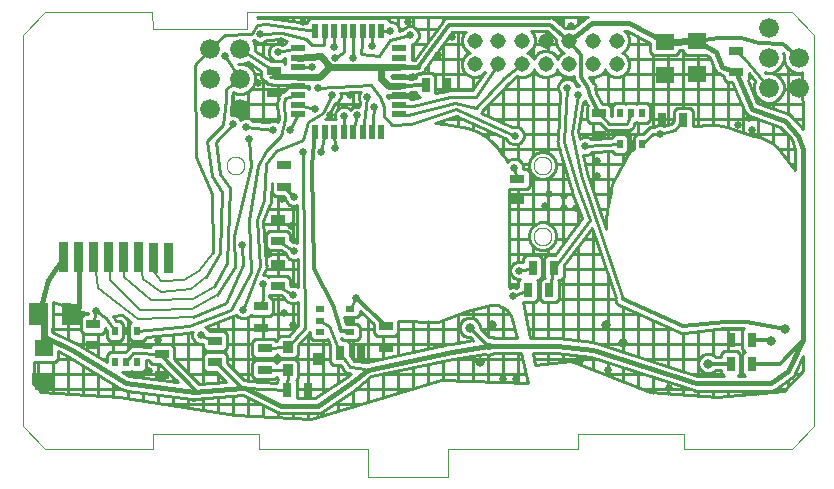
<source format=gtl>
G75*
%MOIN*%
%OFA0B0*%
%FSLAX25Y25*%
%IPPOS*%
%LPD*%
%AMOC8*
5,1,8,0,0,1.08239X$1,22.5*
%
%ADD10C,0.00000*%
%ADD11R,0.06299X0.07087*%
%ADD12R,0.03150X0.04724*%
%ADD13R,0.04724X0.03150*%
%ADD14C,0.05150*%
%ADD15R,0.10000X0.03000*%
%ADD16R,0.02008X0.03150*%
%ADD17R,0.03150X0.02008*%
%ADD18R,0.05000X0.02200*%
%ADD19R,0.02200X0.05000*%
%ADD20R,0.03543X0.03937*%
%ADD21C,0.06600*%
%ADD22R,0.06299X0.05512*%
%ADD23C,0.01000*%
%ADD24C,0.02500*%
%ADD25C,0.02400*%
%ADD26C,0.02000*%
%ADD27C,0.01600*%
%ADD28C,0.01200*%
%ADD29C,0.03200*%
%ADD30C,0.00800*%
D10*
X0039625Y0018012D02*
X0047188Y0010449D01*
X0083015Y0010449D01*
X0082932Y0015567D01*
X0118365Y0015567D01*
X0118365Y0010449D01*
X0154798Y0010449D01*
X0154798Y0001000D01*
X0181357Y0001000D01*
X0181357Y0010449D01*
X0224664Y0010449D01*
X0224664Y0015567D01*
X0260098Y0015567D01*
X0260098Y0010449D01*
X0295883Y0010449D01*
X0303405Y0017970D01*
X0303405Y0148596D01*
X0295883Y0156118D01*
X0114468Y0156236D01*
X0114468Y0150449D01*
X0082893Y0150449D01*
X0082724Y0156118D01*
X0047147Y0156118D01*
X0039625Y0148596D01*
X0039625Y0018012D01*
X0107538Y0104937D02*
X0107540Y0105045D01*
X0107546Y0105154D01*
X0107556Y0105262D01*
X0107570Y0105369D01*
X0107588Y0105476D01*
X0107609Y0105583D01*
X0107635Y0105688D01*
X0107665Y0105793D01*
X0107698Y0105896D01*
X0107735Y0105998D01*
X0107776Y0106098D01*
X0107820Y0106197D01*
X0107869Y0106295D01*
X0107920Y0106390D01*
X0107975Y0106483D01*
X0108034Y0106575D01*
X0108096Y0106664D01*
X0108161Y0106751D01*
X0108229Y0106835D01*
X0108300Y0106917D01*
X0108374Y0106996D01*
X0108451Y0107072D01*
X0108531Y0107146D01*
X0108614Y0107216D01*
X0108699Y0107284D01*
X0108786Y0107348D01*
X0108876Y0107409D01*
X0108968Y0107467D01*
X0109062Y0107521D01*
X0109158Y0107572D01*
X0109255Y0107619D01*
X0109355Y0107663D01*
X0109456Y0107703D01*
X0109558Y0107739D01*
X0109661Y0107771D01*
X0109766Y0107800D01*
X0109872Y0107824D01*
X0109978Y0107845D01*
X0110085Y0107862D01*
X0110193Y0107875D01*
X0110301Y0107884D01*
X0110410Y0107889D01*
X0110518Y0107890D01*
X0110627Y0107887D01*
X0110735Y0107880D01*
X0110843Y0107869D01*
X0110950Y0107854D01*
X0111057Y0107835D01*
X0111163Y0107812D01*
X0111268Y0107786D01*
X0111373Y0107755D01*
X0111475Y0107721D01*
X0111577Y0107683D01*
X0111677Y0107641D01*
X0111776Y0107596D01*
X0111873Y0107547D01*
X0111967Y0107494D01*
X0112060Y0107438D01*
X0112151Y0107379D01*
X0112240Y0107316D01*
X0112326Y0107251D01*
X0112410Y0107182D01*
X0112491Y0107110D01*
X0112569Y0107035D01*
X0112645Y0106957D01*
X0112718Y0106876D01*
X0112788Y0106793D01*
X0112854Y0106708D01*
X0112918Y0106620D01*
X0112978Y0106529D01*
X0113035Y0106437D01*
X0113088Y0106342D01*
X0113138Y0106246D01*
X0113184Y0106148D01*
X0113227Y0106048D01*
X0113266Y0105947D01*
X0113301Y0105844D01*
X0113333Y0105741D01*
X0113360Y0105636D01*
X0113384Y0105530D01*
X0113404Y0105423D01*
X0113420Y0105316D01*
X0113432Y0105208D01*
X0113440Y0105100D01*
X0113444Y0104991D01*
X0113444Y0104883D01*
X0113440Y0104774D01*
X0113432Y0104666D01*
X0113420Y0104558D01*
X0113404Y0104451D01*
X0113384Y0104344D01*
X0113360Y0104238D01*
X0113333Y0104133D01*
X0113301Y0104030D01*
X0113266Y0103927D01*
X0113227Y0103826D01*
X0113184Y0103726D01*
X0113138Y0103628D01*
X0113088Y0103532D01*
X0113035Y0103437D01*
X0112978Y0103345D01*
X0112918Y0103254D01*
X0112854Y0103166D01*
X0112788Y0103081D01*
X0112718Y0102998D01*
X0112645Y0102917D01*
X0112569Y0102839D01*
X0112491Y0102764D01*
X0112410Y0102692D01*
X0112326Y0102623D01*
X0112240Y0102558D01*
X0112151Y0102495D01*
X0112060Y0102436D01*
X0111968Y0102380D01*
X0111873Y0102327D01*
X0111776Y0102278D01*
X0111677Y0102233D01*
X0111577Y0102191D01*
X0111475Y0102153D01*
X0111373Y0102119D01*
X0111268Y0102088D01*
X0111163Y0102062D01*
X0111057Y0102039D01*
X0110950Y0102020D01*
X0110843Y0102005D01*
X0110735Y0101994D01*
X0110627Y0101987D01*
X0110518Y0101984D01*
X0110410Y0101985D01*
X0110301Y0101990D01*
X0110193Y0101999D01*
X0110085Y0102012D01*
X0109978Y0102029D01*
X0109872Y0102050D01*
X0109766Y0102074D01*
X0109661Y0102103D01*
X0109558Y0102135D01*
X0109456Y0102171D01*
X0109355Y0102211D01*
X0109255Y0102255D01*
X0109158Y0102302D01*
X0109062Y0102353D01*
X0108968Y0102407D01*
X0108876Y0102465D01*
X0108786Y0102526D01*
X0108699Y0102590D01*
X0108614Y0102658D01*
X0108531Y0102728D01*
X0108451Y0102802D01*
X0108374Y0102878D01*
X0108300Y0102957D01*
X0108229Y0103039D01*
X0108161Y0103123D01*
X0108096Y0103210D01*
X0108034Y0103299D01*
X0107975Y0103391D01*
X0107920Y0103484D01*
X0107869Y0103579D01*
X0107820Y0103677D01*
X0107776Y0103776D01*
X0107735Y0103876D01*
X0107698Y0103978D01*
X0107665Y0104081D01*
X0107635Y0104186D01*
X0107609Y0104291D01*
X0107588Y0104398D01*
X0107570Y0104505D01*
X0107556Y0104612D01*
X0107546Y0104720D01*
X0107540Y0104829D01*
X0107538Y0104937D01*
X0209900Y0104937D02*
X0209902Y0105045D01*
X0209908Y0105154D01*
X0209918Y0105262D01*
X0209932Y0105369D01*
X0209950Y0105476D01*
X0209971Y0105583D01*
X0209997Y0105688D01*
X0210027Y0105793D01*
X0210060Y0105896D01*
X0210097Y0105998D01*
X0210138Y0106098D01*
X0210182Y0106197D01*
X0210231Y0106295D01*
X0210282Y0106390D01*
X0210337Y0106483D01*
X0210396Y0106575D01*
X0210458Y0106664D01*
X0210523Y0106751D01*
X0210591Y0106835D01*
X0210662Y0106917D01*
X0210736Y0106996D01*
X0210813Y0107072D01*
X0210893Y0107146D01*
X0210976Y0107216D01*
X0211061Y0107284D01*
X0211148Y0107348D01*
X0211238Y0107409D01*
X0211330Y0107467D01*
X0211424Y0107521D01*
X0211520Y0107572D01*
X0211617Y0107619D01*
X0211717Y0107663D01*
X0211818Y0107703D01*
X0211920Y0107739D01*
X0212023Y0107771D01*
X0212128Y0107800D01*
X0212234Y0107824D01*
X0212340Y0107845D01*
X0212447Y0107862D01*
X0212555Y0107875D01*
X0212663Y0107884D01*
X0212772Y0107889D01*
X0212880Y0107890D01*
X0212989Y0107887D01*
X0213097Y0107880D01*
X0213205Y0107869D01*
X0213312Y0107854D01*
X0213419Y0107835D01*
X0213525Y0107812D01*
X0213630Y0107786D01*
X0213735Y0107755D01*
X0213837Y0107721D01*
X0213939Y0107683D01*
X0214039Y0107641D01*
X0214138Y0107596D01*
X0214235Y0107547D01*
X0214329Y0107494D01*
X0214422Y0107438D01*
X0214513Y0107379D01*
X0214602Y0107316D01*
X0214688Y0107251D01*
X0214772Y0107182D01*
X0214853Y0107110D01*
X0214931Y0107035D01*
X0215007Y0106957D01*
X0215080Y0106876D01*
X0215150Y0106793D01*
X0215216Y0106708D01*
X0215280Y0106620D01*
X0215340Y0106529D01*
X0215397Y0106437D01*
X0215450Y0106342D01*
X0215500Y0106246D01*
X0215546Y0106148D01*
X0215589Y0106048D01*
X0215628Y0105947D01*
X0215663Y0105844D01*
X0215695Y0105741D01*
X0215722Y0105636D01*
X0215746Y0105530D01*
X0215766Y0105423D01*
X0215782Y0105316D01*
X0215794Y0105208D01*
X0215802Y0105100D01*
X0215806Y0104991D01*
X0215806Y0104883D01*
X0215802Y0104774D01*
X0215794Y0104666D01*
X0215782Y0104558D01*
X0215766Y0104451D01*
X0215746Y0104344D01*
X0215722Y0104238D01*
X0215695Y0104133D01*
X0215663Y0104030D01*
X0215628Y0103927D01*
X0215589Y0103826D01*
X0215546Y0103726D01*
X0215500Y0103628D01*
X0215450Y0103532D01*
X0215397Y0103437D01*
X0215340Y0103345D01*
X0215280Y0103254D01*
X0215216Y0103166D01*
X0215150Y0103081D01*
X0215080Y0102998D01*
X0215007Y0102917D01*
X0214931Y0102839D01*
X0214853Y0102764D01*
X0214772Y0102692D01*
X0214688Y0102623D01*
X0214602Y0102558D01*
X0214513Y0102495D01*
X0214422Y0102436D01*
X0214330Y0102380D01*
X0214235Y0102327D01*
X0214138Y0102278D01*
X0214039Y0102233D01*
X0213939Y0102191D01*
X0213837Y0102153D01*
X0213735Y0102119D01*
X0213630Y0102088D01*
X0213525Y0102062D01*
X0213419Y0102039D01*
X0213312Y0102020D01*
X0213205Y0102005D01*
X0213097Y0101994D01*
X0212989Y0101987D01*
X0212880Y0101984D01*
X0212772Y0101985D01*
X0212663Y0101990D01*
X0212555Y0101999D01*
X0212447Y0102012D01*
X0212340Y0102029D01*
X0212234Y0102050D01*
X0212128Y0102074D01*
X0212023Y0102103D01*
X0211920Y0102135D01*
X0211818Y0102171D01*
X0211717Y0102211D01*
X0211617Y0102255D01*
X0211520Y0102302D01*
X0211424Y0102353D01*
X0211330Y0102407D01*
X0211238Y0102465D01*
X0211148Y0102526D01*
X0211061Y0102590D01*
X0210976Y0102658D01*
X0210893Y0102728D01*
X0210813Y0102802D01*
X0210736Y0102878D01*
X0210662Y0102957D01*
X0210591Y0103039D01*
X0210523Y0103123D01*
X0210458Y0103210D01*
X0210396Y0103299D01*
X0210337Y0103391D01*
X0210282Y0103484D01*
X0210231Y0103579D01*
X0210182Y0103677D01*
X0210138Y0103776D01*
X0210097Y0103876D01*
X0210060Y0103978D01*
X0210027Y0104081D01*
X0209997Y0104186D01*
X0209971Y0104291D01*
X0209950Y0104398D01*
X0209932Y0104505D01*
X0209918Y0104612D01*
X0209908Y0104720D01*
X0209902Y0104829D01*
X0209900Y0104937D01*
X0209900Y0081315D02*
X0209902Y0081423D01*
X0209908Y0081532D01*
X0209918Y0081640D01*
X0209932Y0081747D01*
X0209950Y0081854D01*
X0209971Y0081961D01*
X0209997Y0082066D01*
X0210027Y0082171D01*
X0210060Y0082274D01*
X0210097Y0082376D01*
X0210138Y0082476D01*
X0210182Y0082575D01*
X0210231Y0082673D01*
X0210282Y0082768D01*
X0210337Y0082861D01*
X0210396Y0082953D01*
X0210458Y0083042D01*
X0210523Y0083129D01*
X0210591Y0083213D01*
X0210662Y0083295D01*
X0210736Y0083374D01*
X0210813Y0083450D01*
X0210893Y0083524D01*
X0210976Y0083594D01*
X0211061Y0083662D01*
X0211148Y0083726D01*
X0211238Y0083787D01*
X0211330Y0083845D01*
X0211424Y0083899D01*
X0211520Y0083950D01*
X0211617Y0083997D01*
X0211717Y0084041D01*
X0211818Y0084081D01*
X0211920Y0084117D01*
X0212023Y0084149D01*
X0212128Y0084178D01*
X0212234Y0084202D01*
X0212340Y0084223D01*
X0212447Y0084240D01*
X0212555Y0084253D01*
X0212663Y0084262D01*
X0212772Y0084267D01*
X0212880Y0084268D01*
X0212989Y0084265D01*
X0213097Y0084258D01*
X0213205Y0084247D01*
X0213312Y0084232D01*
X0213419Y0084213D01*
X0213525Y0084190D01*
X0213630Y0084164D01*
X0213735Y0084133D01*
X0213837Y0084099D01*
X0213939Y0084061D01*
X0214039Y0084019D01*
X0214138Y0083974D01*
X0214235Y0083925D01*
X0214329Y0083872D01*
X0214422Y0083816D01*
X0214513Y0083757D01*
X0214602Y0083694D01*
X0214688Y0083629D01*
X0214772Y0083560D01*
X0214853Y0083488D01*
X0214931Y0083413D01*
X0215007Y0083335D01*
X0215080Y0083254D01*
X0215150Y0083171D01*
X0215216Y0083086D01*
X0215280Y0082998D01*
X0215340Y0082907D01*
X0215397Y0082815D01*
X0215450Y0082720D01*
X0215500Y0082624D01*
X0215546Y0082526D01*
X0215589Y0082426D01*
X0215628Y0082325D01*
X0215663Y0082222D01*
X0215695Y0082119D01*
X0215722Y0082014D01*
X0215746Y0081908D01*
X0215766Y0081801D01*
X0215782Y0081694D01*
X0215794Y0081586D01*
X0215802Y0081478D01*
X0215806Y0081369D01*
X0215806Y0081261D01*
X0215802Y0081152D01*
X0215794Y0081044D01*
X0215782Y0080936D01*
X0215766Y0080829D01*
X0215746Y0080722D01*
X0215722Y0080616D01*
X0215695Y0080511D01*
X0215663Y0080408D01*
X0215628Y0080305D01*
X0215589Y0080204D01*
X0215546Y0080104D01*
X0215500Y0080006D01*
X0215450Y0079910D01*
X0215397Y0079815D01*
X0215340Y0079723D01*
X0215280Y0079632D01*
X0215216Y0079544D01*
X0215150Y0079459D01*
X0215080Y0079376D01*
X0215007Y0079295D01*
X0214931Y0079217D01*
X0214853Y0079142D01*
X0214772Y0079070D01*
X0214688Y0079001D01*
X0214602Y0078936D01*
X0214513Y0078873D01*
X0214422Y0078814D01*
X0214330Y0078758D01*
X0214235Y0078705D01*
X0214138Y0078656D01*
X0214039Y0078611D01*
X0213939Y0078569D01*
X0213837Y0078531D01*
X0213735Y0078497D01*
X0213630Y0078466D01*
X0213525Y0078440D01*
X0213419Y0078417D01*
X0213312Y0078398D01*
X0213205Y0078383D01*
X0213097Y0078372D01*
X0212989Y0078365D01*
X0212880Y0078362D01*
X0212772Y0078363D01*
X0212663Y0078368D01*
X0212555Y0078377D01*
X0212447Y0078390D01*
X0212340Y0078407D01*
X0212234Y0078428D01*
X0212128Y0078452D01*
X0212023Y0078481D01*
X0211920Y0078513D01*
X0211818Y0078549D01*
X0211717Y0078589D01*
X0211617Y0078633D01*
X0211520Y0078680D01*
X0211424Y0078731D01*
X0211330Y0078785D01*
X0211238Y0078843D01*
X0211148Y0078904D01*
X0211061Y0078968D01*
X0210976Y0079036D01*
X0210893Y0079106D01*
X0210813Y0079180D01*
X0210736Y0079256D01*
X0210662Y0079335D01*
X0210591Y0079417D01*
X0210523Y0079501D01*
X0210458Y0079588D01*
X0210396Y0079677D01*
X0210337Y0079769D01*
X0210282Y0079862D01*
X0210231Y0079957D01*
X0210182Y0080055D01*
X0210138Y0080154D01*
X0210097Y0080254D01*
X0210060Y0080356D01*
X0210027Y0080459D01*
X0209997Y0080564D01*
X0209971Y0080669D01*
X0209950Y0080776D01*
X0209932Y0080883D01*
X0209918Y0080990D01*
X0209908Y0081098D01*
X0209902Y0081207D01*
X0209900Y0081315D01*
D11*
G36*
X0059123Y0051844D02*
X0052826Y0051877D01*
X0052863Y0058962D01*
X0059160Y0058929D01*
X0059123Y0051844D01*
G37*
G36*
X0048099Y0051901D02*
X0041802Y0051934D01*
X0041839Y0059019D01*
X0048136Y0058986D01*
X0048099Y0051901D01*
G37*
D12*
X0127771Y0030206D03*
X0134857Y0030206D03*
X0145357Y0042610D03*
X0152444Y0042610D03*
X0208082Y0063449D03*
X0215168Y0063449D03*
X0216668Y0070949D03*
X0209582Y0070949D03*
X0275582Y0046949D03*
X0282668Y0046949D03*
X0282668Y0038949D03*
X0275582Y0038949D03*
X0259822Y0120201D03*
X0252735Y0120201D03*
X0180983Y0131878D03*
X0173897Y0131878D03*
D13*
X0126625Y0104992D03*
X0126625Y0097906D03*
X0124625Y0086992D03*
X0124625Y0079906D03*
X0124625Y0071992D03*
X0124625Y0064906D03*
X0119125Y0057992D03*
X0119125Y0050906D03*
X0120239Y0044000D03*
X0120239Y0036913D03*
X0103625Y0039406D03*
X0103625Y0046492D03*
X0085912Y0042071D03*
X0085912Y0034984D03*
X0063050Y0044957D03*
X0063050Y0052043D03*
X0160708Y0051327D03*
X0160708Y0044240D03*
X0204491Y0093374D03*
X0204491Y0100461D03*
X0231794Y0115209D03*
X0231794Y0122295D03*
X0277503Y0136048D03*
X0277503Y0143135D03*
X0123238Y0136358D03*
X0123238Y0129272D03*
D14*
X0190294Y0138677D03*
X0198168Y0138677D03*
X0206042Y0138677D03*
X0213916Y0138677D03*
X0221790Y0138677D03*
X0229664Y0138677D03*
X0237538Y0138677D03*
X0237538Y0146551D03*
X0229664Y0146551D03*
X0221790Y0146551D03*
X0213916Y0146551D03*
X0206042Y0146551D03*
X0198168Y0146551D03*
X0190294Y0146551D03*
D15*
G36*
X0089728Y0079269D02*
X0089711Y0069270D01*
X0086712Y0069275D01*
X0086729Y0079274D01*
X0089728Y0079269D01*
G37*
G36*
X0084728Y0079278D02*
X0084711Y0069279D01*
X0081712Y0069284D01*
X0081729Y0079283D01*
X0084728Y0079278D01*
G37*
G36*
X0079728Y0079287D02*
X0079711Y0069288D01*
X0076712Y0069293D01*
X0076729Y0079292D01*
X0079728Y0079287D01*
G37*
G36*
X0074728Y0079296D02*
X0074711Y0069297D01*
X0071712Y0069302D01*
X0071729Y0079301D01*
X0074728Y0079296D01*
G37*
G36*
X0069728Y0079304D02*
X0069711Y0069305D01*
X0066712Y0069310D01*
X0066729Y0079309D01*
X0069728Y0079304D01*
G37*
G36*
X0064728Y0079313D02*
X0064711Y0069314D01*
X0061712Y0069319D01*
X0061729Y0079318D01*
X0064728Y0079313D01*
G37*
G36*
X0059728Y0079322D02*
X0059711Y0069323D01*
X0056712Y0069328D01*
X0056729Y0079327D01*
X0059728Y0079322D01*
G37*
G36*
X0054728Y0079331D02*
X0054711Y0069332D01*
X0051712Y0069337D01*
X0051729Y0079336D01*
X0054728Y0079331D01*
G37*
D16*
X0070361Y0049748D03*
X0074101Y0049748D03*
X0077842Y0049748D03*
X0077842Y0039512D03*
X0074101Y0039512D03*
X0070361Y0039512D03*
X0238574Y0112161D03*
X0242314Y0112161D03*
X0246054Y0112161D03*
X0246054Y0122398D03*
X0242314Y0122398D03*
X0238574Y0122398D03*
D17*
X0148842Y0057020D03*
X0148842Y0053280D03*
X0148842Y0049539D03*
X0138605Y0049539D03*
X0138605Y0053280D03*
X0138605Y0057020D03*
D18*
X0131261Y0121990D03*
X0131261Y0125139D03*
X0131261Y0128289D03*
X0131261Y0131439D03*
X0131261Y0134588D03*
X0131261Y0137738D03*
X0131261Y0140887D03*
X0131261Y0144037D03*
X0165061Y0144037D03*
X0165061Y0140887D03*
X0165061Y0137738D03*
X0165061Y0134588D03*
X0165061Y0131439D03*
X0165061Y0128289D03*
X0165061Y0125139D03*
X0165061Y0121990D03*
D19*
X0159185Y0116113D03*
X0156035Y0116113D03*
X0152886Y0116113D03*
X0149736Y0116113D03*
X0146587Y0116113D03*
X0143437Y0116113D03*
X0140287Y0116113D03*
X0137138Y0116113D03*
X0137138Y0149913D03*
X0140287Y0149913D03*
X0143437Y0149913D03*
X0146587Y0149913D03*
X0149736Y0149913D03*
X0152886Y0149913D03*
X0156035Y0149913D03*
X0159185Y0149913D03*
D20*
X0127893Y0044551D03*
X0138129Y0040614D03*
X0127893Y0036677D03*
D21*
X0112125Y0123949D03*
X0102125Y0123949D03*
X0102125Y0133949D03*
X0112125Y0133949D03*
X0112125Y0143949D03*
X0102125Y0143949D03*
X0288214Y0140949D03*
X0298341Y0140949D03*
X0298341Y0130949D03*
X0288214Y0130949D03*
X0288214Y0150949D03*
D22*
X0264525Y0146361D03*
X0253625Y0146261D03*
X0264525Y0135337D03*
X0253625Y0135237D03*
X0046625Y0043961D03*
X0046625Y0032937D03*
D23*
X0044625Y0030564D02*
X0044625Y0039505D01*
X0043245Y0039505D02*
X0050479Y0039505D01*
X0051475Y0040501D01*
X0051475Y0042978D01*
X0054912Y0041260D01*
X0072423Y0030559D01*
X0072441Y0030535D01*
X0072847Y0030300D01*
X0073246Y0030056D01*
X0073276Y0030052D01*
X0073302Y0030036D01*
X0073766Y0029975D01*
X0074228Y0029902D01*
X0074258Y0029909D01*
X0096081Y0026999D01*
X0096349Y0026915D01*
X0096569Y0026934D01*
X0096788Y0026905D01*
X0097060Y0026977D01*
X0113038Y0028387D01*
X0113147Y0028397D01*
X0124293Y0022896D01*
X0124342Y0022845D01*
X0124737Y0022677D01*
X0125121Y0022487D01*
X0125192Y0022482D01*
X0125257Y0022455D01*
X0125686Y0022450D01*
X0126114Y0022422D01*
X0126181Y0022444D01*
X0137668Y0022316D01*
X0137940Y0022265D01*
X0138161Y0022311D01*
X0138386Y0022308D01*
X0138643Y0022411D01*
X0138913Y0022468D01*
X0139100Y0022595D01*
X0139309Y0022679D01*
X0139507Y0022872D01*
X0150215Y0030166D01*
X0150323Y0030199D01*
X0150623Y0030444D01*
X0150944Y0030663D01*
X0151005Y0030757D01*
X0155740Y0034631D01*
X0183085Y0040491D01*
X0193587Y0042171D01*
X0194604Y0041929D01*
X0196153Y0042176D01*
X0196596Y0042449D01*
X0205596Y0042449D01*
X0208125Y0032449D01*
X0179125Y0033449D01*
X0135802Y0020386D01*
X0110302Y0021823D01*
X0071562Y0027823D01*
X0045562Y0029386D01*
X0043125Y0032449D01*
X0043245Y0039505D01*
X0043176Y0035449D02*
X0064422Y0035449D01*
X0064625Y0035325D02*
X0064625Y0028240D01*
X0059625Y0028540D02*
X0059625Y0038380D01*
X0056240Y0040449D02*
X0051423Y0040449D01*
X0049625Y0039505D02*
X0049625Y0029142D01*
X0054625Y0028841D02*
X0054625Y0041404D01*
X0059625Y0044240D02*
X0059625Y0049127D01*
X0059984Y0048769D02*
X0066117Y0048769D01*
X0067112Y0049764D01*
X0067112Y0050625D01*
X0067657Y0049819D01*
X0067657Y0047469D01*
X0068653Y0046473D01*
X0072069Y0046473D01*
X0073065Y0047469D01*
X0073065Y0052027D01*
X0072069Y0053023D01*
X0070803Y0053023D01*
X0069571Y0054844D01*
X0069595Y0054844D01*
X0072760Y0055124D01*
X0075822Y0052711D01*
X0075138Y0052027D01*
X0075138Y0047469D01*
X0076134Y0046473D01*
X0079550Y0046473D01*
X0080546Y0047469D01*
X0080546Y0047803D01*
X0094771Y0049203D01*
X0095081Y0049068D01*
X0095645Y0049289D01*
X0096247Y0049349D01*
X0096363Y0049490D01*
X0096175Y0049036D01*
X0096175Y0047862D01*
X0096624Y0046778D01*
X0097454Y0045948D01*
X0098538Y0045499D01*
X0098964Y0045499D01*
X0098970Y0045493D01*
X0099537Y0045493D01*
X0099563Y0045485D01*
X0099563Y0044213D01*
X0100559Y0043217D01*
X0106691Y0043217D01*
X0107687Y0044213D01*
X0107687Y0048771D01*
X0106691Y0049767D01*
X0101772Y0049767D01*
X0101626Y0050120D01*
X0100796Y0050950D01*
X0100346Y0051136D01*
X0109859Y0054874D01*
X0110657Y0055125D01*
X0110697Y0055203D01*
X0110699Y0055203D01*
X0111454Y0054448D01*
X0112538Y0053999D01*
X0113712Y0053999D01*
X0114796Y0054448D01*
X0115562Y0055214D01*
X0116059Y0054717D01*
X0122191Y0054717D01*
X0123187Y0055713D01*
X0123187Y0060271D01*
X0122191Y0061267D01*
X0121839Y0061267D01*
X0121838Y0061631D01*
X0125841Y0061631D01*
X0126798Y0061065D01*
X0127124Y0060278D01*
X0127954Y0059448D01*
X0129038Y0058999D01*
X0130212Y0058999D01*
X0131296Y0059448D01*
X0131344Y0059496D01*
X0131417Y0051781D01*
X0128226Y0048220D01*
X0125417Y0048220D01*
X0124421Y0047224D01*
X0124421Y0046507D01*
X0124097Y0046483D01*
X0123306Y0047275D01*
X0117173Y0047275D01*
X0116177Y0046279D01*
X0116177Y0041721D01*
X0117173Y0040725D01*
X0123306Y0040725D01*
X0124301Y0041721D01*
X0124301Y0042087D01*
X0124421Y0042095D01*
X0124421Y0041879D01*
X0125417Y0040883D01*
X0130369Y0040883D01*
X0131364Y0041879D01*
X0131364Y0045129D01*
X0135230Y0049444D01*
X0135331Y0049546D01*
X0135331Y0047831D01*
X0136326Y0046835D01*
X0140884Y0046835D01*
X0141208Y0047159D01*
X0142083Y0044932D01*
X0142083Y0039544D01*
X0143078Y0038548D01*
X0145474Y0038548D01*
X0146334Y0037294D01*
X0146325Y0037225D01*
X0146844Y0036550D01*
X0147326Y0035847D01*
X0147393Y0035834D01*
X0147435Y0035780D01*
X0148280Y0035669D01*
X0148958Y0035542D01*
X0147627Y0034453D01*
X0137159Y0027322D01*
X0131046Y0027390D01*
X0131046Y0033272D01*
X0130839Y0033479D01*
X0131364Y0034004D01*
X0131364Y0039350D01*
X0130369Y0040346D01*
X0125417Y0040346D01*
X0124421Y0039350D01*
X0124421Y0038985D01*
X0124301Y0038989D01*
X0124301Y0039192D01*
X0123306Y0040188D01*
X0117173Y0040188D01*
X0116177Y0039192D01*
X0116177Y0034634D01*
X0117173Y0033639D01*
X0123306Y0033639D01*
X0124255Y0034588D01*
X0124421Y0034583D01*
X0124421Y0034004D01*
X0124825Y0033601D01*
X0124496Y0033272D01*
X0124496Y0032581D01*
X0114973Y0033081D01*
X0114849Y0033184D01*
X0114559Y0033276D01*
X0114286Y0033411D01*
X0114089Y0033424D01*
X0113901Y0033483D01*
X0113597Y0033456D01*
X0113293Y0033476D01*
X0113276Y0033470D01*
X0107687Y0039059D01*
X0107687Y0041684D01*
X0106691Y0042680D01*
X0100559Y0042680D01*
X0099563Y0041684D01*
X0099563Y0037127D01*
X0100559Y0036131D01*
X0104111Y0036131D01*
X0107338Y0032904D01*
X0098355Y0032111D01*
X0089975Y0040492D01*
X0089975Y0044350D01*
X0088979Y0045346D01*
X0082846Y0045346D01*
X0081961Y0044460D01*
X0077319Y0044680D01*
X0077165Y0044804D01*
X0076433Y0044722D01*
X0075697Y0044757D01*
X0075550Y0044624D01*
X0075353Y0044602D01*
X0074894Y0044026D01*
X0074349Y0043531D01*
X0074339Y0043333D01*
X0073903Y0042787D01*
X0072393Y0042787D01*
X0072231Y0042625D01*
X0072069Y0042787D01*
X0068653Y0042787D01*
X0067657Y0041791D01*
X0067657Y0039331D01*
X0057759Y0045380D01*
X0057687Y0045463D01*
X0057338Y0045638D01*
X0057004Y0045841D01*
X0056896Y0045858D01*
X0049525Y0049542D01*
X0049525Y0050919D01*
X0049797Y0051188D01*
X0049841Y0059604D01*
X0055641Y0057415D01*
X0059004Y0056209D01*
X0061256Y0055666D01*
X0061400Y0055318D01*
X0059984Y0055318D01*
X0058988Y0054322D01*
X0058988Y0049764D01*
X0059984Y0048769D01*
X0058988Y0050449D02*
X0049525Y0050449D01*
X0049625Y0051018D02*
X0049625Y0049492D01*
X0054625Y0046993D02*
X0054625Y0057799D01*
X0049819Y0055449D02*
X0061346Y0055449D01*
X0059625Y0054959D02*
X0059625Y0056059D01*
X0064125Y0056449D02*
X0063050Y0052043D01*
X0067112Y0050449D02*
X0067232Y0050449D01*
X0064625Y0048769D02*
X0064625Y0041184D01*
X0065828Y0040449D02*
X0067657Y0040449D01*
X0069625Y0042787D02*
X0069625Y0046473D01*
X0070361Y0049748D02*
X0067361Y0054185D01*
X0064125Y0056449D01*
X0069625Y0054847D02*
X0069625Y0054765D01*
X0074625Y0053654D02*
X0074625Y0043782D01*
X0076503Y0042516D02*
X0085912Y0042071D01*
X0089625Y0044699D02*
X0089625Y0048697D01*
X0084625Y0048205D02*
X0084625Y0045346D01*
X0079625Y0044571D02*
X0079625Y0046549D01*
X0077842Y0049748D02*
X0095125Y0051449D01*
X0109125Y0056949D01*
X0115625Y0069449D01*
X0115125Y0086949D01*
X0118125Y0104949D01*
X0120625Y0109949D01*
X0125625Y0114949D01*
X0127166Y0120490D01*
X0126625Y0125449D01*
X0127125Y0127449D01*
X0131261Y0128289D01*
X0128057Y0131089D02*
X0127061Y0130093D01*
X0127061Y0129732D01*
X0126775Y0129804D01*
X0126317Y0129530D01*
X0125794Y0129423D01*
X0125566Y0129079D01*
X0125212Y0128866D01*
X0125082Y0128349D01*
X0124788Y0127904D01*
X0124870Y0127499D01*
X0124608Y0126450D01*
X0124339Y0126116D01*
X0124395Y0125601D01*
X0124270Y0125098D01*
X0124490Y0124731D01*
X0124933Y0120672D01*
X0124614Y0119525D01*
X0123712Y0119899D01*
X0122538Y0119899D01*
X0121454Y0119450D01*
X0121363Y0119358D01*
X0116328Y0119918D01*
X0115796Y0120450D01*
X0114712Y0120899D01*
X0113538Y0120899D01*
X0112454Y0120450D01*
X0112243Y0120238D01*
X0112126Y0120520D01*
X0111296Y0121350D01*
X0110212Y0121799D01*
X0109038Y0121799D01*
X0108918Y0121749D01*
X0109114Y0124029D01*
X0109315Y0125766D01*
X0109371Y0125817D01*
X0109418Y0126662D01*
X0109515Y0127502D01*
X0109468Y0127561D01*
X0109565Y0129299D01*
X0109822Y0129491D01*
X0111131Y0128949D01*
X0113120Y0128949D01*
X0114957Y0129710D01*
X0116364Y0131117D01*
X0117125Y0132954D01*
X0117125Y0134943D01*
X0116364Y0136781D01*
X0114957Y0138188D01*
X0113120Y0138949D01*
X0114629Y0139574D01*
X0119176Y0136469D01*
X0119176Y0134079D01*
X0120172Y0133083D01*
X0120379Y0133083D01*
X0121214Y0132249D01*
X0122017Y0132249D01*
X0122138Y0132132D01*
X0122371Y0132041D01*
X0122580Y0131902D01*
X0122866Y0131846D01*
X0123137Y0131739D01*
X0123388Y0131744D01*
X0123635Y0131696D01*
X0123920Y0131754D01*
X0128017Y0131829D01*
X0128057Y0131788D01*
X0130414Y0131788D01*
X0130589Y0131709D01*
X0135184Y0131557D01*
X0135175Y0131536D01*
X0135175Y0130379D01*
X0134465Y0131089D01*
X0128057Y0131089D01*
X0127417Y0130449D02*
X0115696Y0130449D01*
X0114625Y0129572D02*
X0114625Y0120899D01*
X0115797Y0120449D02*
X0124871Y0120449D01*
X0124625Y0119564D02*
X0124625Y0123496D01*
X0124357Y0125449D02*
X0109278Y0125449D01*
X0107225Y0126849D02*
X0106925Y0124249D01*
X0106425Y0118449D01*
X0101042Y0113205D01*
X0102625Y0101449D01*
X0105905Y0096169D01*
X0105325Y0075649D01*
X0100825Y0067649D01*
X0103225Y0064449D02*
X0107625Y0072449D01*
X0108625Y0097449D01*
X0105267Y0102138D01*
X0104192Y0112811D01*
X0109625Y0118849D01*
X0112155Y0120449D02*
X0112453Y0120449D01*
X0114125Y0117949D02*
X0123125Y0116949D01*
X0119625Y0119551D02*
X0119625Y0133630D01*
X0122125Y0134449D02*
X0123625Y0134449D01*
X0123238Y0136358D02*
X0112125Y0143949D01*
X0116916Y0145449D02*
X0123676Y0145449D01*
X0124038Y0145599D02*
X0122954Y0145150D01*
X0122124Y0144320D01*
X0121675Y0143236D01*
X0121675Y0142062D01*
X0122124Y0140978D01*
X0122954Y0140148D01*
X0124038Y0139699D01*
X0125212Y0139699D01*
X0126296Y0140148D01*
X0127058Y0140910D01*
X0127061Y0140911D01*
X0127061Y0138877D01*
X0126305Y0139633D01*
X0122344Y0139633D01*
X0117125Y0143198D01*
X0117125Y0144943D01*
X0116390Y0146718D01*
X0116482Y0146749D01*
X0116753Y0146749D01*
X0117154Y0146348D01*
X0118238Y0145899D01*
X0119412Y0145899D01*
X0120496Y0146348D01*
X0120909Y0146761D01*
X0125815Y0147034D01*
X0127766Y0146546D01*
X0127061Y0145841D01*
X0127061Y0145406D01*
X0126142Y0145214D01*
X0125212Y0145599D01*
X0124038Y0145599D01*
X0124625Y0145599D02*
X0124625Y0146968D01*
X0125574Y0145449D02*
X0127061Y0145449D01*
X0124625Y0142649D02*
X0131261Y0144037D01*
X0134025Y0147249D02*
X0136025Y0145249D01*
X0140025Y0145249D01*
X0140287Y0149913D01*
X0137138Y0149913D02*
X0120825Y0152049D01*
X0117625Y0151949D01*
X0116125Y0148949D01*
X0115025Y0148949D01*
X0107025Y0148549D01*
X0102125Y0143949D01*
X0097125Y0138449D01*
X0097225Y0107769D01*
X0102657Y0095339D01*
X0103025Y0075749D01*
X0110425Y0071249D02*
X0110125Y0081449D01*
X0115609Y0104937D01*
X0115394Y0108724D01*
X0115125Y0113949D01*
X0124125Y0109949D02*
X0120625Y0105449D01*
X0120125Y0093449D01*
X0117625Y0086949D01*
X0118625Y0071449D01*
X0113125Y0056949D01*
X0109625Y0054782D02*
X0109625Y0037122D01*
X0111298Y0035449D02*
X0116177Y0035449D01*
X0120239Y0036913D02*
X0127893Y0036677D01*
X0127771Y0030206D01*
X0113625Y0030949D01*
X0114625Y0033255D02*
X0114625Y0054377D01*
X0119625Y0054717D02*
X0119625Y0047275D01*
X0116177Y0045449D02*
X0107687Y0045449D01*
X0103625Y0046492D02*
X0099881Y0047693D01*
X0099125Y0048449D01*
X0101297Y0050449D02*
X0130223Y0050449D01*
X0129625Y0049781D02*
X0129625Y0058999D01*
X0127053Y0060449D02*
X0123010Y0060449D01*
X0124625Y0061631D02*
X0124625Y0047428D01*
X0127893Y0044551D02*
X0120239Y0044000D01*
X0119625Y0040725D02*
X0119625Y0040188D01*
X0124625Y0039554D02*
X0124625Y0041675D01*
X0129625Y0040883D02*
X0129625Y0040346D01*
X0127893Y0044551D02*
X0133625Y0050949D01*
X0133125Y0103949D01*
X0133125Y0109449D01*
X0133125Y0113449D02*
X0124125Y0109949D01*
X0133125Y0113449D02*
X0134625Y0119449D01*
X0139625Y0122449D01*
X0142625Y0128449D01*
X0143714Y0125707D02*
X0144296Y0125948D01*
X0145126Y0126778D01*
X0145575Y0127862D01*
X0145575Y0129036D01*
X0145520Y0129168D01*
X0152257Y0129553D01*
X0152024Y0129320D01*
X0151575Y0128236D01*
X0151575Y0127062D01*
X0152024Y0125978D01*
X0152060Y0125942D01*
X0151855Y0124498D01*
X0151612Y0124599D01*
X0150438Y0124599D01*
X0149354Y0124150D01*
X0148725Y0123521D01*
X0148296Y0123950D01*
X0147212Y0124399D01*
X0146038Y0124399D01*
X0144954Y0123950D01*
X0144124Y0123120D01*
X0143675Y0122036D01*
X0143675Y0120862D01*
X0143902Y0120313D01*
X0140342Y0120313D01*
X0140550Y0120438D01*
X0141185Y0120650D01*
X0141306Y0120892D01*
X0141538Y0121031D01*
X0141701Y0121681D01*
X0143714Y0125707D01*
X0143585Y0125449D02*
X0151990Y0125449D01*
X0149625Y0124262D02*
X0149625Y0129402D01*
X0154525Y0127649D02*
X0152886Y0116113D01*
X0156035Y0116113D02*
X0156825Y0124449D01*
X0160125Y0124449D02*
X0160125Y0121449D01*
X0162625Y0118449D01*
X0169125Y0118949D01*
X0184125Y0123949D01*
X0203625Y0114949D01*
X0200918Y0113775D02*
X0201124Y0113278D01*
X0201954Y0112448D01*
X0203038Y0111999D01*
X0204212Y0111999D01*
X0205296Y0112448D01*
X0206126Y0113278D01*
X0206575Y0114362D01*
X0206575Y0115536D01*
X0206126Y0116620D01*
X0205296Y0117450D01*
X0204212Y0117899D01*
X0203038Y0117899D01*
X0202746Y0117778D01*
X0192527Y0122494D01*
X0192720Y0122606D01*
X0192812Y0122954D01*
X0201618Y0132423D01*
X0204509Y0134685D01*
X0205192Y0134402D01*
X0206893Y0134402D01*
X0208464Y0135053D01*
X0209666Y0136256D01*
X0209979Y0137011D01*
X0210292Y0136256D01*
X0211495Y0135053D01*
X0213066Y0134402D01*
X0214767Y0134402D01*
X0216338Y0135053D01*
X0217540Y0136256D01*
X0217853Y0137011D01*
X0218166Y0136256D01*
X0219369Y0135053D01*
X0220940Y0134402D01*
X0222641Y0134402D01*
X0223325Y0134686D01*
X0223325Y0134639D01*
X0223200Y0133887D01*
X0223325Y0133712D01*
X0223325Y0133496D01*
X0223864Y0132957D01*
X0224977Y0131399D01*
X0224075Y0131399D01*
X0224075Y0131536D01*
X0223626Y0132620D01*
X0222796Y0133450D01*
X0221712Y0133899D01*
X0220538Y0133899D01*
X0219454Y0133450D01*
X0218624Y0132620D01*
X0218175Y0131536D01*
X0218175Y0130362D01*
X0218624Y0129278D01*
X0218818Y0129084D01*
X0217956Y0113571D01*
X0217758Y0113211D01*
X0217908Y0112696D01*
X0217878Y0112161D01*
X0218152Y0111855D01*
X0222287Y0097611D01*
X0222245Y0097517D01*
X0222537Y0096749D01*
X0222766Y0095960D01*
X0222857Y0095911D01*
X0226138Y0087296D01*
X0216958Y0075011D01*
X0214389Y0075011D01*
X0213394Y0074015D01*
X0213394Y0067882D01*
X0213742Y0067534D01*
X0213737Y0067511D01*
X0212889Y0067511D01*
X0211894Y0066515D01*
X0211894Y0060382D01*
X0212889Y0059387D01*
X0217447Y0059387D01*
X0218443Y0060382D01*
X0218443Y0066515D01*
X0218095Y0066863D01*
X0218100Y0066887D01*
X0218947Y0066887D01*
X0219943Y0067882D01*
X0219943Y0071656D01*
X0229299Y0084176D01*
X0237217Y0060703D01*
X0237137Y0060524D01*
X0237812Y0058742D01*
X0258412Y0049473D01*
X0258923Y0049060D01*
X0259250Y0049095D01*
X0259550Y0048960D01*
X0260164Y0049193D01*
X0273748Y0050649D01*
X0280027Y0050649D01*
X0279394Y0050015D01*
X0279394Y0043882D01*
X0280327Y0042949D01*
X0279394Y0042015D01*
X0279394Y0035882D01*
X0280327Y0034949D01*
X0277923Y0034949D01*
X0278857Y0035882D01*
X0278857Y0042015D01*
X0277861Y0043011D01*
X0273303Y0043011D01*
X0272307Y0042015D01*
X0272307Y0041249D01*
X0270492Y0041249D01*
X0269994Y0041746D01*
X0268781Y0042249D01*
X0267469Y0042249D01*
X0266256Y0041746D01*
X0265327Y0040818D01*
X0264825Y0039605D01*
X0264825Y0038292D01*
X0265327Y0037080D01*
X0266256Y0036151D01*
X0267469Y0035649D01*
X0268781Y0035649D01*
X0269994Y0036151D01*
X0270492Y0036649D01*
X0272307Y0036649D01*
X0272307Y0035882D01*
X0273241Y0034949D01*
X0264514Y0034949D01*
X0230634Y0045751D01*
X0230429Y0045868D01*
X0230164Y0045901D01*
X0229911Y0045982D01*
X0229676Y0045962D01*
X0218270Y0047388D01*
X0218122Y0047449D01*
X0217781Y0047449D01*
X0217442Y0047491D01*
X0217288Y0047449D01*
X0208601Y0047449D01*
X0206236Y0059387D01*
X0210361Y0059387D01*
X0211357Y0060382D01*
X0211357Y0066515D01*
X0210985Y0066887D01*
X0211861Y0066887D01*
X0212857Y0067882D01*
X0212857Y0074015D01*
X0211861Y0075011D01*
X0207303Y0075011D01*
X0206307Y0074015D01*
X0206307Y0072652D01*
X0205712Y0072899D01*
X0204538Y0072899D01*
X0203454Y0072450D01*
X0202624Y0071620D01*
X0202175Y0070536D01*
X0202175Y0069362D01*
X0202624Y0068278D01*
X0203454Y0067448D01*
X0204538Y0066999D01*
X0205291Y0066999D01*
X0204807Y0066515D01*
X0204807Y0064500D01*
X0204129Y0064226D01*
X0203712Y0064399D01*
X0202538Y0064399D01*
X0201928Y0064146D01*
X0201675Y0064399D01*
X0201675Y0097186D01*
X0207558Y0097186D01*
X0208553Y0098182D01*
X0208553Y0102740D01*
X0207558Y0103735D01*
X0206362Y0103735D01*
X0206362Y0104843D01*
X0205913Y0105927D01*
X0205084Y0106757D01*
X0203999Y0107206D01*
X0202826Y0107206D01*
X0201741Y0106757D01*
X0201032Y0106047D01*
X0200572Y0107032D01*
X0199191Y0109242D01*
X0197553Y0111268D01*
X0195681Y0113080D01*
X0193603Y0114652D01*
X0191349Y0115961D01*
X0188954Y0116987D01*
X0186452Y0117715D01*
X0183880Y0118135D01*
X0180203Y0118883D01*
X0176977Y0119247D01*
X0183994Y0121586D01*
X0200918Y0113775D01*
X0199625Y0114372D02*
X0199625Y0108547D01*
X0198215Y0110449D02*
X0218560Y0110449D01*
X0216798Y0107573D02*
X0215489Y0108881D01*
X0213779Y0109590D01*
X0211928Y0109590D01*
X0210218Y0108881D01*
X0208909Y0107573D01*
X0208201Y0105862D01*
X0208201Y0104012D01*
X0208909Y0102301D01*
X0210218Y0100993D01*
X0211928Y0100284D01*
X0213779Y0100284D01*
X0215489Y0100993D01*
X0216798Y0102301D01*
X0217506Y0104012D01*
X0217506Y0105862D01*
X0216798Y0107573D01*
X0217506Y0105449D02*
X0220012Y0105449D01*
X0219625Y0106780D02*
X0219625Y0078581D01*
X0221021Y0080449D02*
X0217506Y0080449D01*
X0217506Y0080389D02*
X0216798Y0078679D01*
X0215489Y0077371D01*
X0213779Y0076662D01*
X0211928Y0076662D01*
X0210218Y0077371D01*
X0208909Y0078679D01*
X0208201Y0080389D01*
X0208201Y0082240D01*
X0208909Y0083951D01*
X0210218Y0085259D01*
X0211928Y0085968D01*
X0213779Y0085968D01*
X0215489Y0085259D01*
X0216798Y0083951D01*
X0217506Y0082240D01*
X0217506Y0080389D01*
X0214625Y0077013D02*
X0214625Y0075011D01*
X0217285Y0075449D02*
X0201675Y0075449D01*
X0204625Y0072899D02*
X0204625Y0097186D01*
X0201675Y0095449D02*
X0223033Y0095449D01*
X0224625Y0097449D02*
X0228625Y0086949D01*
X0216668Y0070949D01*
X0215168Y0063449D01*
X0211894Y0065449D02*
X0211357Y0065449D01*
X0208082Y0063449D02*
X0203125Y0061449D01*
X0204625Y0064426D02*
X0204625Y0066999D01*
X0204807Y0065449D02*
X0201675Y0065449D01*
X0201675Y0070449D02*
X0202175Y0070449D01*
X0205125Y0069949D02*
X0209582Y0070949D01*
X0212857Y0070449D02*
X0213394Y0070449D01*
X0219625Y0067564D02*
X0219625Y0047218D01*
X0214625Y0047449D02*
X0214625Y0059387D01*
X0211894Y0060449D02*
X0211357Y0060449D01*
X0209625Y0059387D02*
X0209625Y0047449D01*
X0208007Y0050449D02*
X0256243Y0050449D01*
X0254625Y0051177D02*
X0254625Y0038102D01*
X0259625Y0036508D02*
X0259625Y0048989D01*
X0264625Y0049671D02*
X0264625Y0034949D01*
X0262946Y0035449D02*
X0272741Y0035449D01*
X0269625Y0034949D02*
X0269625Y0035998D01*
X0278423Y0035449D02*
X0279827Y0035449D01*
X0279625Y0035651D02*
X0279625Y0034949D01*
X0279625Y0029949D02*
X0279625Y0028470D01*
X0284625Y0028916D02*
X0284625Y0029949D01*
X0288929Y0029949D02*
X0289226Y0029902D01*
X0289422Y0029949D01*
X0289622Y0029949D01*
X0289901Y0030064D01*
X0290193Y0030134D01*
X0290356Y0030253D01*
X0290541Y0030329D01*
X0290754Y0030542D01*
X0295803Y0034214D01*
X0295930Y0034259D01*
X0296202Y0034504D01*
X0296498Y0034719D01*
X0296568Y0034835D01*
X0296668Y0034925D01*
X0296826Y0035255D01*
X0297017Y0035568D01*
X0297038Y0035701D01*
X0299757Y0041412D01*
X0299625Y0036449D01*
X0299625Y0041134D01*
X0299732Y0040449D02*
X0299299Y0040449D01*
X0299625Y0036449D02*
X0293373Y0029697D01*
X0270968Y0027697D01*
X0248594Y0029323D01*
X0222227Y0039823D01*
X0210416Y0038286D01*
X0209592Y0042449D01*
X0217469Y0042449D01*
X0229086Y0040997D01*
X0263266Y0030099D01*
X0263628Y0029949D01*
X0263736Y0029949D01*
X0263839Y0029916D01*
X0264230Y0029949D01*
X0288929Y0029949D01*
X0289625Y0029950D02*
X0289625Y0029362D01*
X0290661Y0030449D02*
X0294069Y0030449D01*
X0294625Y0031049D02*
X0294625Y0033358D01*
X0296944Y0035449D02*
X0298699Y0035449D01*
X0279394Y0040449D02*
X0278857Y0040449D01*
X0279625Y0042247D02*
X0279625Y0043651D01*
X0279394Y0045449D02*
X0231582Y0045449D01*
X0229625Y0045968D02*
X0229625Y0083209D01*
X0234053Y0083848D02*
X0227750Y0102533D01*
X0226465Y0108529D01*
X0226538Y0108499D01*
X0227712Y0108499D01*
X0228796Y0108948D01*
X0229223Y0109375D01*
X0235958Y0109794D01*
X0236866Y0108887D01*
X0240282Y0108887D01*
X0241278Y0109882D01*
X0241278Y0114440D01*
X0240282Y0115436D01*
X0236866Y0115436D01*
X0235870Y0114440D01*
X0235870Y0114197D01*
X0228977Y0113768D01*
X0228796Y0113950D01*
X0227712Y0114399D01*
X0226538Y0114399D01*
X0225454Y0113950D01*
X0225330Y0113826D01*
X0224862Y0116007D01*
X0226483Y0126135D01*
X0226895Y0126546D01*
X0227878Y0124720D01*
X0227732Y0124574D01*
X0227732Y0120016D01*
X0228728Y0119020D01*
X0231950Y0119020D01*
X0232925Y0118041D01*
X0232925Y0118038D01*
X0233570Y0117393D01*
X0234209Y0116751D01*
X0234212Y0116751D01*
X0234214Y0116749D01*
X0235124Y0116749D01*
X0236031Y0116747D01*
X0236033Y0116749D01*
X0240757Y0116749D01*
X0241270Y0116572D01*
X0241633Y0116749D01*
X0242036Y0116749D01*
X0242420Y0117133D01*
X0242908Y0117370D01*
X0243040Y0117752D01*
X0243325Y0118038D01*
X0243325Y0118580D01*
X0243512Y0119123D01*
X0244022Y0119123D01*
X0244184Y0119285D01*
X0244346Y0119123D01*
X0247762Y0119123D01*
X0248758Y0120119D01*
X0248758Y0124677D01*
X0247762Y0125672D01*
X0244346Y0125672D01*
X0244184Y0125510D01*
X0244022Y0125672D01*
X0240606Y0125672D01*
X0240444Y0125510D01*
X0240282Y0125672D01*
X0236866Y0125672D01*
X0235870Y0124677D01*
X0235870Y0121319D01*
X0235857Y0121332D01*
X0235857Y0124574D01*
X0234861Y0125570D01*
X0232644Y0125570D01*
X0230784Y0129026D01*
X0230457Y0130952D01*
X0230550Y0131510D01*
X0230304Y0131855D01*
X0230233Y0132273D01*
X0229772Y0132600D01*
X0228346Y0134596D01*
X0228814Y0134402D01*
X0230515Y0134402D01*
X0232086Y0135053D01*
X0233288Y0136256D01*
X0233601Y0137011D01*
X0233914Y0136256D01*
X0235117Y0135053D01*
X0236688Y0134402D01*
X0238389Y0134402D01*
X0239960Y0135053D01*
X0241162Y0136256D01*
X0241813Y0137827D01*
X0241813Y0139527D01*
X0241162Y0141099D01*
X0239960Y0142301D01*
X0239204Y0142614D01*
X0239960Y0142927D01*
X0241162Y0144130D01*
X0241813Y0145701D01*
X0241813Y0147401D01*
X0241162Y0148973D01*
X0240186Y0149949D01*
X0241018Y0149949D01*
X0248775Y0145949D01*
X0248775Y0142801D01*
X0249771Y0141805D01*
X0257479Y0141805D01*
X0258475Y0142801D01*
X0258475Y0143405D01*
X0259675Y0143416D01*
X0259675Y0142901D01*
X0260671Y0141905D01*
X0267370Y0141905D01*
X0268633Y0141199D01*
X0270135Y0137442D01*
X0270136Y0137399D01*
X0270319Y0136982D01*
X0270489Y0136559D01*
X0270519Y0136528D01*
X0270536Y0136488D01*
X0270865Y0136173D01*
X0271183Y0135847D01*
X0271223Y0135830D01*
X0271254Y0135800D01*
X0271678Y0135635D01*
X0272097Y0135455D01*
X0272141Y0135455D01*
X0273441Y0134948D01*
X0273441Y0133769D01*
X0274437Y0132773D01*
X0276175Y0132773D01*
X0280147Y0123389D01*
X0280149Y0123342D01*
X0280341Y0122932D01*
X0280517Y0122516D01*
X0280550Y0122483D01*
X0280570Y0122441D01*
X0280903Y0122136D01*
X0281225Y0121818D01*
X0281269Y0121801D01*
X0281303Y0121769D01*
X0281728Y0121615D01*
X0282147Y0121445D01*
X0282194Y0121445D01*
X0292184Y0117813D01*
X0295918Y0113664D01*
X0297125Y0110043D01*
X0297125Y0103574D01*
X0292454Y0109413D01*
X0290941Y0110998D01*
X0289224Y0112359D01*
X0287334Y0113468D01*
X0285309Y0114305D01*
X0283188Y0114853D01*
X0274362Y0117873D01*
X0271105Y0118369D01*
X0267811Y0118490D01*
X0264526Y0118234D01*
X0263097Y0117956D01*
X0263097Y0123267D01*
X0262101Y0124263D01*
X0257543Y0124263D01*
X0256547Y0123267D01*
X0256547Y0119698D01*
X0255856Y0118865D01*
X0253380Y0118122D01*
X0252712Y0118399D01*
X0251538Y0118399D01*
X0250454Y0117950D01*
X0250153Y0117649D01*
X0249671Y0117649D01*
X0248805Y0117685D01*
X0248767Y0117649D01*
X0248714Y0117649D01*
X0248102Y0117037D01*
X0246363Y0115436D01*
X0244346Y0115436D01*
X0243350Y0114440D01*
X0243350Y0110449D01*
X0241278Y0110449D01*
X0242125Y0109949D02*
X0236389Y0099476D01*
X0235978Y0098443D01*
X0235749Y0097354D01*
X0235708Y0096243D01*
X0234421Y0090131D01*
X0234049Y0086913D01*
X0234053Y0083848D01*
X0234051Y0085449D02*
X0233513Y0085449D01*
X0234488Y0090449D02*
X0231826Y0090449D01*
X0234625Y0091100D02*
X0234625Y0109711D01*
X0229625Y0109400D02*
X0229625Y0096974D01*
X0230140Y0095449D02*
X0235541Y0095449D01*
X0236922Y0100449D02*
X0228453Y0100449D01*
X0225625Y0101949D02*
X0239625Y0060449D01*
X0237165Y0060449D02*
X0218443Y0060449D01*
X0218443Y0065449D02*
X0235617Y0065449D01*
X0234625Y0068388D02*
X0234625Y0044479D01*
X0239625Y0042884D02*
X0239625Y0057927D01*
X0244625Y0055677D02*
X0244625Y0041290D01*
X0247264Y0040449D02*
X0265175Y0040449D01*
X0269625Y0041899D02*
X0269625Y0050207D01*
X0271881Y0050449D02*
X0279827Y0050449D01*
X0279625Y0050649D02*
X0279625Y0050247D01*
X0274625Y0050649D02*
X0274625Y0043011D01*
X0254625Y0032854D02*
X0254625Y0028884D01*
X0259625Y0028521D02*
X0259625Y0031260D01*
X0262168Y0030449D02*
X0245766Y0030449D01*
X0244625Y0030903D02*
X0244625Y0036042D01*
X0246486Y0035449D02*
X0233211Y0035449D01*
X0234625Y0034886D02*
X0234625Y0039231D01*
X0230804Y0040449D02*
X0209988Y0040449D01*
X0209625Y0042280D02*
X0209625Y0042449D01*
X0206101Y0040449D02*
X0182890Y0040449D01*
X0184625Y0040737D02*
X0184625Y0033259D01*
X0179625Y0033432D02*
X0179625Y0039749D01*
X0174625Y0038678D02*
X0174625Y0032092D01*
X0169625Y0030584D02*
X0169625Y0037606D01*
X0164625Y0036535D02*
X0164625Y0029077D01*
X0169176Y0030449D02*
X0150630Y0030449D01*
X0149625Y0029765D02*
X0149625Y0024554D01*
X0152593Y0025449D02*
X0143290Y0025449D01*
X0144625Y0026359D02*
X0144625Y0023046D01*
X0139625Y0022953D02*
X0139625Y0021539D01*
X0136011Y0020449D02*
X0134684Y0020449D01*
X0134625Y0020452D02*
X0134625Y0022350D01*
X0129625Y0022406D02*
X0129625Y0020734D01*
X0124625Y0021016D02*
X0124625Y0022724D01*
X0119625Y0021297D02*
X0119625Y0025200D01*
X0119120Y0025449D02*
X0086890Y0025449D01*
X0084625Y0025800D02*
X0084625Y0028527D01*
X0089625Y0027860D02*
X0089625Y0025025D01*
X0094625Y0024251D02*
X0094625Y0027193D01*
X0096625Y0029449D02*
X0097096Y0030118D01*
X0099625Y0032223D02*
X0099625Y0037064D01*
X0095017Y0035449D02*
X0104793Y0035449D01*
X0104625Y0035616D02*
X0104625Y0032664D01*
X0104625Y0027645D02*
X0104625Y0022702D01*
X0099625Y0023476D02*
X0099625Y0027204D01*
X0109625Y0028086D02*
X0109625Y0021928D01*
X0114625Y0021579D02*
X0114625Y0027667D01*
X0119625Y0032837D02*
X0119625Y0033639D01*
X0124625Y0033801D02*
X0124625Y0033401D01*
X0131364Y0035449D02*
X0148844Y0035449D01*
X0148625Y0037843D02*
X0151625Y0037449D01*
X0154625Y0036949D01*
X0154001Y0039372D02*
X0153768Y0039322D01*
X0152842Y0039476D01*
X0152815Y0039512D01*
X0151949Y0039625D01*
X0151088Y0039769D01*
X0151052Y0039743D01*
X0149885Y0039896D01*
X0148632Y0041724D01*
X0148632Y0045677D01*
X0147636Y0046672D01*
X0146126Y0046672D01*
X0145765Y0047593D01*
X0145796Y0047602D01*
X0146563Y0046835D01*
X0151121Y0046835D01*
X0152116Y0047831D01*
X0152116Y0051247D01*
X0151121Y0052243D01*
X0147348Y0052243D01*
X0146738Y0054316D01*
X0151121Y0054316D01*
X0152116Y0055312D01*
X0152116Y0056346D01*
X0156646Y0052024D01*
X0156646Y0049048D01*
X0157641Y0048052D01*
X0163774Y0048052D01*
X0164770Y0049048D01*
X0164770Y0053275D01*
X0178125Y0052949D01*
X0187719Y0056542D01*
X0195725Y0058542D01*
X0196867Y0058532D01*
X0197991Y0058331D01*
X0199066Y0057945D01*
X0200060Y0057384D01*
X0200947Y0056664D01*
X0201701Y0055807D01*
X0202301Y0054835D01*
X0202730Y0053777D01*
X0204331Y0047449D01*
X0196617Y0047449D01*
X0196359Y0047636D01*
X0195236Y0047904D01*
X0194988Y0047864D01*
X0191925Y0050926D01*
X0191925Y0051605D01*
X0191423Y0052818D01*
X0190494Y0053746D01*
X0189281Y0054249D01*
X0187969Y0054249D01*
X0186756Y0053746D01*
X0185827Y0052818D01*
X0185325Y0051605D01*
X0185325Y0050292D01*
X0185827Y0049080D01*
X0186756Y0048151D01*
X0187969Y0047649D01*
X0188697Y0047649D01*
X0189729Y0046617D01*
X0182654Y0045485D01*
X0182587Y0045498D01*
X0182165Y0045407D01*
X0181739Y0045339D01*
X0181681Y0045303D01*
X0154484Y0039475D01*
X0154379Y0039486D01*
X0154001Y0039372D01*
X0154625Y0039506D02*
X0154625Y0053952D01*
X0153057Y0055449D02*
X0152116Y0055449D01*
X0149625Y0054316D02*
X0149625Y0052243D01*
X0152116Y0050449D02*
X0156646Y0050449D01*
X0159625Y0048052D02*
X0159625Y0040577D01*
X0159027Y0040449D02*
X0149506Y0040449D01*
X0149625Y0040275D02*
X0149625Y0046835D01*
X0148632Y0045449D02*
X0182360Y0045449D01*
X0184625Y0045801D02*
X0184625Y0055384D01*
X0184799Y0055449D02*
X0201922Y0055449D01*
X0199625Y0057629D02*
X0199625Y0047449D01*
X0203572Y0050449D02*
X0192403Y0050449D01*
X0194625Y0048226D02*
X0194625Y0058268D01*
X0189625Y0057019D02*
X0189625Y0054106D01*
X0185325Y0050449D02*
X0164770Y0050449D01*
X0164625Y0048903D02*
X0164625Y0041648D01*
X0169625Y0042720D02*
X0169625Y0053156D01*
X0174625Y0053034D02*
X0174625Y0043791D01*
X0179625Y0044863D02*
X0179625Y0053511D01*
X0189625Y0046721D02*
X0189625Y0046601D01*
X0194625Y0041932D02*
X0194625Y0032914D01*
X0189625Y0033087D02*
X0189625Y0041537D01*
X0199625Y0042449D02*
X0199625Y0032742D01*
X0204625Y0032570D02*
X0204625Y0042449D01*
X0214625Y0042449D02*
X0214625Y0038834D01*
X0219625Y0039484D02*
X0219625Y0042179D01*
X0224625Y0041554D02*
X0224625Y0038868D01*
X0229625Y0040825D02*
X0229625Y0036877D01*
X0239625Y0037636D02*
X0239625Y0032894D01*
X0249625Y0034448D02*
X0249625Y0029248D01*
X0264625Y0029949D02*
X0264625Y0028158D01*
X0269625Y0027794D02*
X0269625Y0029949D01*
X0274625Y0029949D02*
X0274625Y0028023D01*
X0249625Y0039696D02*
X0249625Y0053427D01*
X0245131Y0055449D02*
X0207017Y0055449D01*
X0224625Y0046593D02*
X0224625Y0077921D01*
X0226514Y0080449D02*
X0230556Y0080449D01*
X0232243Y0075449D02*
X0222778Y0075449D01*
X0219943Y0070449D02*
X0233930Y0070449D01*
X0209625Y0075011D02*
X0209625Y0077963D01*
X0208201Y0080449D02*
X0201675Y0080449D01*
X0209625Y0084667D02*
X0209625Y0101585D01*
X0208553Y0100449D02*
X0211531Y0100449D01*
X0214176Y0100449D02*
X0221463Y0100449D01*
X0225625Y0101949D02*
X0222625Y0115949D01*
X0224625Y0128449D01*
X0224625Y0131399D02*
X0224625Y0131892D01*
X0221125Y0130949D02*
X0220125Y0112949D01*
X0224625Y0097449D01*
X0214625Y0100635D02*
X0214625Y0085617D01*
X0215032Y0085449D02*
X0224758Y0085449D01*
X0224625Y0085271D02*
X0224625Y0091269D01*
X0224938Y0090449D02*
X0201675Y0090449D01*
X0201675Y0085449D02*
X0210675Y0085449D01*
X0204491Y0100461D02*
X0203412Y0104256D01*
X0206111Y0105449D02*
X0208201Y0105449D01*
X0204625Y0106947D02*
X0204625Y0112170D01*
X0206575Y0115449D02*
X0218061Y0115449D01*
X0224982Y0115449D02*
X0246377Y0115449D01*
X0244625Y0115436D02*
X0244625Y0119123D01*
X0241125Y0118949D02*
X0235125Y0118949D01*
X0231794Y0122295D01*
X0227732Y0120449D02*
X0225573Y0120449D01*
X0229625Y0119020D02*
X0229625Y0113809D01*
X0231794Y0115209D02*
X0241625Y0116449D01*
X0242314Y0112161D01*
X0243350Y0110449D02*
X0242125Y0109949D01*
X0239625Y0108887D02*
X0239625Y0105385D01*
X0239660Y0105449D02*
X0227125Y0105449D01*
X0227125Y0111449D02*
X0238574Y0112161D01*
X0239625Y0115436D02*
X0239625Y0116749D01*
X0241125Y0118949D02*
X0242314Y0122398D01*
X0244625Y0125672D02*
X0244625Y0148089D01*
X0241709Y0145449D02*
X0248775Y0145449D01*
X0249625Y0141951D02*
X0249625Y0117651D01*
X0248758Y0120449D02*
X0256547Y0120449D01*
X0254625Y0118496D02*
X0254625Y0141805D01*
X0259625Y0143416D02*
X0259625Y0124263D01*
X0259822Y0120201D02*
X0257125Y0116949D01*
X0252125Y0115449D01*
X0249625Y0115449D01*
X0246054Y0112161D01*
X0234625Y0114120D02*
X0234625Y0116749D01*
X0234982Y0125449D02*
X0236642Y0125449D01*
X0234625Y0125570D02*
X0234625Y0135545D01*
X0234721Y0135449D02*
X0232482Y0135449D01*
X0229625Y0134402D02*
X0229625Y0132806D01*
X0230543Y0130449D02*
X0277159Y0130449D01*
X0274625Y0132773D02*
X0274625Y0117783D01*
X0269625Y0118423D02*
X0269625Y0138717D01*
X0268933Y0140449D02*
X0241432Y0140449D01*
X0239625Y0142440D02*
X0239625Y0142788D01*
X0240356Y0135449D02*
X0272155Y0135449D01*
X0281296Y0133500D02*
X0281565Y0133769D01*
X0281565Y0135670D01*
X0283677Y0133060D01*
X0283214Y0131943D01*
X0283214Y0129954D01*
X0283975Y0128117D01*
X0285382Y0126710D01*
X0287219Y0125949D01*
X0289209Y0125949D01*
X0291046Y0126710D01*
X0292453Y0128117D01*
X0293214Y0129954D01*
X0293214Y0131943D01*
X0292453Y0133781D01*
X0291046Y0135188D01*
X0289209Y0135949D01*
X0291046Y0136710D01*
X0292453Y0138117D01*
X0293214Y0139954D01*
X0293214Y0141943D01*
X0292962Y0142552D01*
X0293427Y0142151D01*
X0293341Y0141943D01*
X0293341Y0139954D01*
X0294102Y0138117D01*
X0295509Y0136710D01*
X0297346Y0135949D01*
X0299335Y0135949D01*
X0299497Y0136016D01*
X0299565Y0117086D01*
X0295733Y0121344D01*
X0295680Y0121457D01*
X0295403Y0121711D01*
X0295151Y0121991D01*
X0295038Y0122044D01*
X0294947Y0122128D01*
X0294593Y0122257D01*
X0294253Y0122419D01*
X0294129Y0122426D01*
X0284503Y0125926D01*
X0281296Y0133500D01*
X0282588Y0130449D02*
X0283214Y0130449D01*
X0284625Y0127467D02*
X0284625Y0125882D01*
X0285815Y0125449D02*
X0299535Y0125449D01*
X0294625Y0122245D02*
X0294625Y0137593D01*
X0290416Y0135449D02*
X0299499Y0135449D01*
X0299517Y0130449D02*
X0293214Y0130449D01*
X0288214Y0130949D02*
X0280125Y0140949D01*
X0277503Y0143135D01*
X0281565Y0135449D02*
X0281744Y0135449D01*
X0286888Y0136086D02*
X0287219Y0135949D01*
X0289209Y0135949D01*
X0287219Y0135949D01*
X0287054Y0135880D01*
X0286888Y0136086D01*
X0289625Y0136121D02*
X0289625Y0135776D01*
X0293214Y0140449D02*
X0293341Y0140449D01*
X0289625Y0126121D02*
X0289625Y0124063D01*
X0284935Y0120449D02*
X0263097Y0120449D01*
X0264625Y0118242D02*
X0264625Y0141905D01*
X0239625Y0134914D02*
X0239625Y0125672D01*
X0247986Y0125449D02*
X0279275Y0125449D01*
X0279625Y0124623D02*
X0279625Y0116072D01*
X0281446Y0115449D02*
X0294312Y0115449D01*
X0294625Y0115101D02*
X0294625Y0106699D01*
X0295625Y0105449D02*
X0297125Y0105449D01*
X0296990Y0110449D02*
X0291466Y0110449D01*
X0289625Y0112041D02*
X0289625Y0118743D01*
X0284625Y0120561D02*
X0284625Y0114481D01*
X0296538Y0120449D02*
X0299553Y0120449D01*
X0227485Y0125449D02*
X0226373Y0125449D01*
X0218616Y0125449D02*
X0195131Y0125449D01*
X0194625Y0124904D02*
X0194625Y0121526D01*
X0196958Y0120449D02*
X0218338Y0120449D01*
X0204625Y0117728D02*
X0204625Y0134637D01*
X0208860Y0135449D02*
X0211099Y0135449D01*
X0209625Y0136214D02*
X0209625Y0108289D01*
X0214625Y0109239D02*
X0214625Y0134402D01*
X0216734Y0135449D02*
X0218973Y0135449D01*
X0219625Y0134947D02*
X0219625Y0133521D01*
X0218175Y0130449D02*
X0199781Y0130449D01*
X0199625Y0130281D02*
X0199625Y0119218D01*
X0194625Y0116680D02*
X0194625Y0113879D01*
X0192231Y0115449D02*
X0197292Y0115449D01*
X0189625Y0116700D02*
X0189625Y0118987D01*
X0186459Y0120449D02*
X0180582Y0120449D01*
X0179625Y0120130D02*
X0179625Y0118948D01*
X0184625Y0118013D02*
X0184625Y0121295D01*
X0183625Y0125949D02*
X0190825Y0124049D01*
X0200125Y0134049D01*
X0206042Y0138677D01*
X0209979Y0140343D02*
X0209666Y0141099D01*
X0208464Y0142301D01*
X0207708Y0142614D01*
X0208464Y0142927D01*
X0209666Y0144130D01*
X0210317Y0145701D01*
X0210317Y0147401D01*
X0209666Y0148973D01*
X0209009Y0149630D01*
X0214404Y0149646D01*
X0217516Y0147088D01*
X0217516Y0145701D01*
X0218166Y0144130D01*
X0219369Y0142927D01*
X0220125Y0142614D01*
X0219369Y0142301D01*
X0218166Y0141099D01*
X0217853Y0140343D01*
X0217540Y0141099D01*
X0216338Y0142301D01*
X0214767Y0142952D01*
X0213066Y0142952D01*
X0211495Y0142301D01*
X0210292Y0141099D01*
X0209979Y0140343D01*
X0209936Y0140449D02*
X0210023Y0140449D01*
X0209625Y0141140D02*
X0209625Y0144088D01*
X0210213Y0145449D02*
X0217620Y0145449D01*
X0219625Y0142821D02*
X0219625Y0142407D01*
X0217897Y0140449D02*
X0217810Y0140449D01*
X0214625Y0142952D02*
X0214625Y0149465D01*
X0219625Y0151309D02*
X0219625Y0154468D01*
X0216770Y0153656D02*
X0216171Y0154252D01*
X0216046Y0154251D01*
X0215950Y0154330D01*
X0215110Y0154248D01*
X0182374Y0154151D01*
X0182215Y0154267D01*
X0181445Y0154148D01*
X0180666Y0154146D01*
X0180527Y0154006D01*
X0180332Y0153976D01*
X0179872Y0153347D01*
X0179322Y0152795D01*
X0179323Y0152598D01*
X0170216Y0140164D01*
X0169261Y0140177D01*
X0169261Y0145419D01*
X0170296Y0145848D01*
X0171126Y0146678D01*
X0171575Y0147762D01*
X0171575Y0148936D01*
X0171126Y0150020D01*
X0170296Y0150850D01*
X0169212Y0151299D01*
X0168038Y0151299D01*
X0166954Y0150850D01*
X0166176Y0150072D01*
X0165075Y0149835D01*
X0165075Y0150536D01*
X0164626Y0151620D01*
X0163796Y0152450D01*
X0162712Y0152899D01*
X0161985Y0152899D01*
X0161985Y0153118D01*
X0160989Y0154113D01*
X0135334Y0154113D01*
X0134338Y0153118D01*
X0134338Y0152499D01*
X0121814Y0154138D01*
X0121667Y0154276D01*
X0120934Y0154253D01*
X0120207Y0154348D01*
X0120047Y0154226D01*
X0118112Y0154165D01*
X0117816Y0154313D01*
X0117910Y0154534D01*
X0227903Y0154462D01*
X0227770Y0154330D01*
X0223027Y0150666D01*
X0222641Y0150826D01*
X0220940Y0150826D01*
X0220456Y0150626D01*
X0216770Y0153656D01*
X0214625Y0154247D02*
X0214625Y0154471D01*
X0209625Y0154474D02*
X0209625Y0154232D01*
X0204625Y0154217D02*
X0204625Y0154478D01*
X0199625Y0154481D02*
X0199625Y0154202D01*
X0194625Y0154188D02*
X0194625Y0154484D01*
X0189625Y0154487D02*
X0189625Y0154173D01*
X0184625Y0154158D02*
X0184625Y0154491D01*
X0179625Y0154494D02*
X0179625Y0153099D01*
X0174625Y0154497D02*
X0174625Y0146184D01*
X0174087Y0145449D02*
X0169333Y0145449D01*
X0169625Y0145570D02*
X0169625Y0140172D01*
X0169261Y0140449D02*
X0170425Y0140449D01*
X0176127Y0140449D02*
X0186401Y0140449D01*
X0186670Y0141099D02*
X0186020Y0139527D01*
X0186020Y0137827D01*
X0186670Y0136256D01*
X0187873Y0135053D01*
X0189444Y0134402D01*
X0191145Y0134402D01*
X0192716Y0135053D01*
X0193613Y0135950D01*
X0189497Y0129988D01*
X0185567Y0130119D01*
X0185536Y0130149D01*
X0184662Y0130149D01*
X0183788Y0130178D01*
X0183756Y0130149D01*
X0182746Y0130149D01*
X0182498Y0130301D01*
X0181865Y0130149D01*
X0181214Y0130149D01*
X0181008Y0129943D01*
X0177172Y0129022D01*
X0177172Y0134944D01*
X0176176Y0135940D01*
X0173054Y0135940D01*
X0173324Y0136202D01*
X0173718Y0137115D01*
X0173718Y0137160D01*
X0182794Y0149552D01*
X0187263Y0149566D01*
X0186670Y0148973D01*
X0186020Y0147401D01*
X0186020Y0145701D01*
X0186670Y0144130D01*
X0187873Y0142927D01*
X0188629Y0142614D01*
X0187873Y0142301D01*
X0186670Y0141099D01*
X0186124Y0145449D02*
X0179789Y0145449D01*
X0179625Y0145226D02*
X0179625Y0129611D01*
X0177172Y0130449D02*
X0189816Y0130449D01*
X0189625Y0130173D02*
X0189625Y0134402D01*
X0187477Y0135449D02*
X0176667Y0135449D01*
X0174625Y0135940D02*
X0174625Y0138399D01*
X0170832Y0135154D02*
X0168515Y0135188D01*
X0168265Y0134938D01*
X0165882Y0134938D01*
X0165648Y0134840D01*
X0162346Y0134829D01*
X0162837Y0134339D01*
X0165638Y0134339D01*
X0165880Y0134239D01*
X0168265Y0134239D01*
X0168587Y0133917D01*
X0170622Y0134018D01*
X0170622Y0134944D01*
X0170832Y0135154D01*
X0169625Y0135172D02*
X0169625Y0133968D01*
X0164625Y0134339D02*
X0164625Y0134836D01*
X0168956Y0129329D02*
X0170622Y0129412D01*
X0170622Y0128812D01*
X0171618Y0127816D01*
X0172144Y0127816D01*
X0169410Y0127160D01*
X0169029Y0127176D01*
X0168265Y0127939D01*
X0161857Y0127939D01*
X0161273Y0127355D01*
X0160890Y0128248D01*
X0160932Y0128540D01*
X0160876Y0128614D01*
X0161058Y0128539D01*
X0165638Y0128539D01*
X0165880Y0128639D01*
X0168265Y0128639D01*
X0168956Y0129329D01*
X0169625Y0129363D02*
X0169625Y0127211D01*
X0164625Y0127939D02*
X0164625Y0128539D01*
X0165061Y0125139D02*
X0169625Y0124949D01*
X0182125Y0127949D01*
X0184625Y0127949D01*
X0190625Y0127749D01*
X0198168Y0138677D01*
X0193267Y0135449D02*
X0193111Y0135449D01*
X0184625Y0130150D02*
X0184625Y0149558D01*
X0177749Y0150449D02*
X0170697Y0150449D01*
X0169625Y0151128D02*
X0169625Y0154500D01*
X0164625Y0154504D02*
X0164625Y0151621D01*
X0165075Y0150449D02*
X0166553Y0150449D01*
X0168625Y0148349D02*
X0162125Y0146949D01*
X0158325Y0141549D01*
X0152325Y0142249D01*
X0152886Y0149913D01*
X0156035Y0149913D02*
X0156125Y0144949D01*
X0159185Y0149913D02*
X0162125Y0149949D01*
X0159625Y0154113D02*
X0159625Y0154507D01*
X0154625Y0154510D02*
X0154625Y0154113D01*
X0149625Y0154113D02*
X0149625Y0154513D01*
X0149736Y0149913D02*
X0149625Y0140949D01*
X0146625Y0142949D02*
X0146587Y0149913D01*
X0143437Y0149913D02*
X0143225Y0144449D01*
X0146625Y0142949D02*
X0143825Y0140749D01*
X0136125Y0137949D02*
X0131261Y0137738D01*
X0127061Y0140449D02*
X0126597Y0140449D01*
X0124625Y0139699D02*
X0124625Y0139633D01*
X0122653Y0140449D02*
X0121150Y0140449D01*
X0119625Y0141490D02*
X0119625Y0145987D01*
X0118825Y0148849D02*
X0126025Y0149249D01*
X0134025Y0147249D01*
X0134625Y0153405D02*
X0134625Y0154523D01*
X0129625Y0154526D02*
X0129625Y0153116D01*
X0124625Y0153770D02*
X0124625Y0154530D01*
X0119625Y0154533D02*
X0119625Y0154212D01*
X0139625Y0154113D02*
X0139625Y0154520D01*
X0144625Y0154517D02*
X0144625Y0154113D01*
X0114625Y0139572D02*
X0114625Y0138325D01*
X0113120Y0138949D02*
X0111436Y0138949D01*
X0111436Y0138949D01*
X0113120Y0138949D01*
X0112125Y0133949D02*
X0107125Y0141449D01*
X0116916Y0135449D02*
X0119176Y0135449D01*
X0112125Y0133949D02*
X0107425Y0130449D01*
X0107225Y0126849D01*
X0109625Y0129344D02*
X0109625Y0121799D01*
X0124625Y0126520D02*
X0124625Y0131767D01*
X0129625Y0131788D02*
X0129625Y0131089D01*
X0134625Y0130929D02*
X0134625Y0131576D01*
X0135106Y0130449D02*
X0135175Y0130449D01*
X0138125Y0130949D02*
X0155625Y0131949D01*
X0158625Y0127949D01*
X0160125Y0124449D01*
X0165061Y0121990D02*
X0168125Y0121949D01*
X0183625Y0125949D01*
X0151025Y0121649D02*
X0149736Y0116113D01*
X0146587Y0116113D02*
X0146625Y0121449D01*
X0144625Y0123621D02*
X0144625Y0126277D01*
X0137125Y0123949D02*
X0131261Y0125139D01*
X0131261Y0121990D02*
X0128625Y0116949D01*
X0140287Y0116113D02*
X0139125Y0109449D01*
X0143625Y0110949D02*
X0143437Y0116113D01*
X0143846Y0120449D02*
X0140582Y0120449D01*
X0122563Y0099110D02*
X0122563Y0095627D01*
X0123559Y0094631D01*
X0126810Y0094631D01*
X0127175Y0094270D01*
X0127175Y0093862D01*
X0127624Y0092778D01*
X0128454Y0091948D01*
X0129538Y0091499D01*
X0130712Y0091499D01*
X0131041Y0091635D01*
X0131158Y0079214D01*
X0130712Y0079399D01*
X0129566Y0079399D01*
X0128687Y0079951D01*
X0128687Y0082184D01*
X0127691Y0083180D01*
X0121559Y0083180D01*
X0120563Y0082184D01*
X0120563Y0077627D01*
X0121559Y0076631D01*
X0125701Y0076631D01*
X0127263Y0075649D01*
X0127624Y0074778D01*
X0128454Y0073948D01*
X0129538Y0073499D01*
X0130712Y0073499D01*
X0131210Y0073705D01*
X0131298Y0064448D01*
X0131296Y0064450D01*
X0130212Y0064899D01*
X0129038Y0064899D01*
X0128991Y0064879D01*
X0128687Y0065059D01*
X0128687Y0067184D01*
X0127691Y0068180D01*
X0121559Y0068180D01*
X0121312Y0067934D01*
X0121296Y0067950D01*
X0120212Y0068399D01*
X0119821Y0068399D01*
X0120541Y0070296D01*
X0120879Y0070681D01*
X0120851Y0071115D01*
X0121005Y0071521D01*
X0120795Y0071988D01*
X0119852Y0086609D01*
X0121994Y0092178D01*
X0122285Y0092447D01*
X0122308Y0092996D01*
X0122506Y0093510D01*
X0122345Y0093872D01*
X0122563Y0099110D01*
X0126625Y0097906D02*
X0130125Y0094449D01*
X0129625Y0091499D02*
X0129625Y0079399D01*
X0128687Y0080449D02*
X0131147Y0080449D01*
X0130125Y0076449D02*
X0124625Y0079906D01*
X0124625Y0083180D02*
X0124625Y0094631D01*
X0122741Y0095449D02*
X0122410Y0095449D01*
X0121328Y0090449D02*
X0131052Y0090449D01*
X0131100Y0085449D02*
X0119926Y0085449D01*
X0120249Y0080449D02*
X0120563Y0080449D01*
X0124625Y0076631D02*
X0124625Y0068180D01*
X0124625Y0064906D02*
X0129625Y0061949D01*
X0129625Y0064899D02*
X0129625Y0073499D01*
X0127346Y0075449D02*
X0120572Y0075449D01*
X0113125Y0071949D02*
X0112725Y0078549D01*
X0113125Y0071949D02*
X0107225Y0059249D01*
X0096425Y0054449D01*
X0104625Y0052817D02*
X0104625Y0049767D01*
X0099563Y0045449D02*
X0057700Y0045449D01*
X0073065Y0050449D02*
X0075138Y0050449D01*
X0076503Y0042516D02*
X0074101Y0039512D01*
X0074625Y0036237D02*
X0074625Y0035073D01*
X0074979Y0034857D02*
X0091277Y0032684D01*
X0085165Y0038796D01*
X0082846Y0038796D01*
X0081850Y0039792D01*
X0081850Y0040061D01*
X0080546Y0040123D01*
X0080546Y0037233D01*
X0079550Y0036237D01*
X0076134Y0036237D01*
X0075972Y0036399D01*
X0075810Y0036237D01*
X0072721Y0036237D01*
X0074979Y0034857D01*
X0074010Y0035449D02*
X0088512Y0035449D01*
X0089625Y0034336D02*
X0089625Y0032904D01*
X0084625Y0033571D02*
X0084625Y0038796D01*
X0079625Y0036312D02*
X0079625Y0034238D01*
X0079625Y0029193D02*
X0079625Y0026574D01*
X0074625Y0027348D02*
X0074625Y0029860D01*
X0072590Y0030449D02*
X0044716Y0030449D01*
X0069625Y0032269D02*
X0069625Y0027939D01*
X0090017Y0040449D02*
X0099563Y0040449D01*
X0099625Y0041747D02*
X0099625Y0044151D01*
X0104625Y0043217D02*
X0104625Y0042680D01*
X0107687Y0040449D02*
X0142083Y0040449D01*
X0145357Y0042610D02*
X0148625Y0037843D01*
X0144625Y0038548D02*
X0144625Y0032408D01*
X0141748Y0030449D02*
X0131046Y0030449D01*
X0134625Y0027351D02*
X0134625Y0048768D01*
X0131651Y0045449D02*
X0141880Y0045449D01*
X0139625Y0046835D02*
X0139625Y0029002D01*
X0154625Y0026061D02*
X0154625Y0033719D01*
X0159557Y0035449D02*
X0207366Y0035449D01*
X0159625Y0035463D02*
X0159625Y0027569D01*
X0145357Y0042610D02*
X0141857Y0051528D01*
X0138605Y0053280D01*
X0131383Y0055449D02*
X0122923Y0055449D01*
X0119125Y0057992D02*
X0119642Y0060466D01*
X0119625Y0065449D01*
X0120675Y0070449D02*
X0131241Y0070449D01*
X0131288Y0065449D02*
X0128687Y0065449D01*
X0110425Y0071249D02*
X0104425Y0061649D01*
X0083625Y0069249D02*
X0083220Y0074281D01*
X0094625Y0049189D02*
X0094625Y0035841D01*
X0148842Y0057020D02*
X0150625Y0060949D01*
X0209625Y0149014D02*
X0209625Y0149632D01*
X0224625Y0151900D02*
X0224625Y0154465D01*
D24*
X0225625Y0153449D03*
X0222325Y0151449D03*
X0219125Y0153449D03*
X0182625Y0147949D03*
X0178125Y0141949D03*
X0168625Y0148349D03*
X0168125Y0152949D03*
X0162125Y0149949D03*
X0156125Y0144949D03*
X0149625Y0140949D03*
X0143825Y0140749D03*
X0143225Y0144449D03*
X0136125Y0137949D03*
X0124625Y0142649D03*
X0125625Y0146449D03*
X0118825Y0148849D03*
X0133125Y0152949D03*
X0107125Y0141449D03*
X0118125Y0132449D03*
X0138125Y0130949D03*
X0142625Y0128449D03*
X0148625Y0128449D03*
X0154525Y0127649D03*
X0156825Y0124449D03*
X0151025Y0121649D03*
X0146625Y0121449D03*
X0142125Y0121949D03*
X0137125Y0123949D03*
X0128625Y0116949D03*
X0123125Y0116949D03*
X0115125Y0113949D03*
X0114125Y0117949D03*
X0109625Y0118849D03*
X0133125Y0109449D03*
X0139125Y0109449D03*
X0143625Y0110949D03*
X0130125Y0094449D03*
X0126125Y0093949D03*
X0129125Y0084949D03*
X0130125Y0076449D03*
X0121625Y0075449D03*
X0112725Y0078549D03*
X0119625Y0065449D03*
X0129625Y0061949D03*
X0126625Y0055949D03*
X0129625Y0051949D03*
X0113125Y0056949D03*
X0099125Y0048449D03*
X0084625Y0046949D03*
X0081625Y0036449D03*
X0064125Y0056449D03*
X0150625Y0060949D03*
X0199625Y0033949D03*
X0204125Y0033949D03*
X0234625Y0036949D03*
X0255125Y0030949D03*
X0203125Y0061449D03*
X0205125Y0069949D03*
X0213562Y0091512D03*
X0214999Y0095512D03*
X0220062Y0094638D03*
X0220062Y0090701D03*
X0223999Y0090701D03*
X0231125Y0101449D03*
X0231125Y0106449D03*
X0227125Y0111449D03*
X0203625Y0114949D03*
X0203412Y0104256D03*
X0224625Y0128449D03*
X0221125Y0130949D03*
X0252125Y0115449D03*
X0278125Y0118449D03*
X0281625Y0120949D03*
X0282625Y0116949D03*
X0169625Y0127949D03*
X0169625Y0134449D03*
D25*
X0165061Y0131439D02*
X0161635Y0131439D01*
X0159125Y0133949D01*
X0159125Y0137210D01*
X0158618Y0137717D01*
X0165061Y0137738D01*
X0158618Y0137717D02*
X0142125Y0137649D01*
X0138525Y0134349D01*
X0131261Y0134588D01*
X0138925Y0141349D02*
X0142125Y0137649D01*
X0138925Y0141349D02*
X0131261Y0140887D01*
X0253625Y0146261D02*
X0264525Y0146361D01*
X0195125Y0044949D02*
X0194716Y0044883D01*
X0046625Y0043961D02*
X0046625Y0053805D01*
X0044969Y0055460D01*
X0046625Y0053949D01*
D26*
X0123625Y0134449D02*
X0131261Y0134588D01*
X0123625Y0134449D02*
X0123238Y0136358D01*
D27*
X0165061Y0137738D02*
X0171225Y0137649D01*
X0221790Y0146551D02*
X0229425Y0152449D01*
X0241625Y0152449D01*
X0253625Y0146261D01*
X0264525Y0146361D02*
X0270625Y0142949D01*
X0272625Y0137949D01*
X0277503Y0136048D01*
X0282625Y0123949D01*
X0293625Y0119949D01*
X0298125Y0114949D01*
X0299625Y0110449D01*
X0299625Y0046949D01*
X0294625Y0036449D01*
X0289125Y0032449D01*
X0264125Y0032449D01*
X0229625Y0043449D01*
X0217625Y0044949D01*
X0195125Y0044949D01*
X0194716Y0044883D02*
X0182625Y0042949D01*
X0154625Y0036949D01*
X0149125Y0032449D01*
X0137917Y0024814D01*
X0125782Y0024949D01*
X0113625Y0030949D01*
X0112633Y0030861D01*
X0096625Y0029449D01*
X0074125Y0032449D01*
X0056125Y0043449D01*
X0047131Y0047943D01*
X0046625Y0053949D01*
X0044969Y0055460D02*
X0048025Y0066849D01*
X0053220Y0074334D01*
X0058220Y0074325D02*
X0058220Y0057630D01*
X0055993Y0055403D01*
D28*
X0085912Y0042071D02*
X0085912Y0041301D01*
X0097096Y0030118D01*
X0104089Y0039406D02*
X0112633Y0030861D01*
X0104089Y0039406D02*
X0103625Y0039406D01*
X0145625Y0049949D02*
X0143125Y0058449D01*
X0136625Y0070449D01*
X0136125Y0104949D01*
X0137138Y0116113D01*
X0165061Y0131439D02*
X0173897Y0131878D01*
X0171625Y0135449D02*
X0169625Y0134449D01*
X0171625Y0135449D02*
X0173625Y0135949D01*
X0171225Y0137649D02*
X0181625Y0151849D01*
X0215225Y0151949D01*
X0221790Y0146551D01*
X0225625Y0141949D01*
X0225625Y0134449D01*
X0228125Y0130949D01*
X0228580Y0128269D01*
X0231794Y0122295D01*
X0264525Y0146361D02*
X0271625Y0147449D01*
X0279125Y0147449D01*
X0285125Y0145949D01*
X0293125Y0145449D01*
X0298341Y0140949D01*
X0259625Y0051449D02*
X0239625Y0060449D01*
X0259625Y0051449D02*
X0273625Y0052949D01*
X0281125Y0052949D01*
X0293625Y0050449D01*
X0289168Y0046449D02*
X0288125Y0046949D01*
X0282668Y0046949D01*
X0282668Y0038949D02*
X0292125Y0038949D01*
X0299625Y0046949D01*
X0275582Y0038949D02*
X0268125Y0038949D01*
X0194716Y0044883D02*
X0188650Y0050949D01*
X0188625Y0050949D01*
X0160708Y0051327D02*
X0150625Y0060949D01*
X0148842Y0049539D02*
X0145625Y0049949D01*
D29*
X0188625Y0050949D03*
X0196125Y0051949D03*
X0192125Y0039449D03*
X0225125Y0039949D03*
X0239625Y0045949D03*
X0234125Y0051949D03*
X0268125Y0038949D03*
X0289168Y0046449D03*
X0293625Y0050449D03*
D30*
X0104425Y0061649D02*
X0096025Y0057249D01*
X0082025Y0056849D01*
X0078825Y0056849D01*
X0068825Y0066849D01*
X0068220Y0074307D01*
X0073220Y0074299D02*
X0073225Y0067649D01*
X0082425Y0060049D01*
X0096425Y0060449D01*
X0103225Y0064449D01*
X0100825Y0067649D02*
X0095625Y0063649D01*
X0085625Y0062849D01*
X0079625Y0067249D01*
X0078220Y0074290D01*
X0083625Y0069249D02*
X0085625Y0066449D01*
X0093225Y0066849D01*
X0098425Y0069649D01*
X0103025Y0075749D01*
X0078025Y0053649D02*
X0064825Y0064049D01*
X0063220Y0074316D01*
X0078025Y0053649D02*
X0096425Y0054449D01*
M02*

</source>
